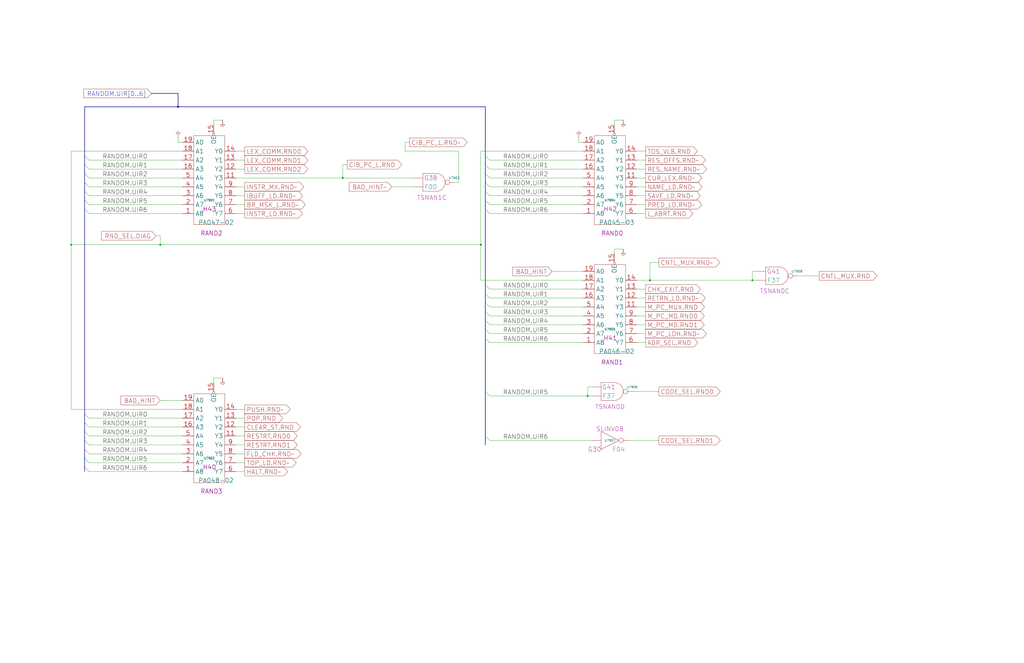
<source format=kicad_sch>
(kicad_sch (version 20230121) (generator eeschema)
  (paper "User" 584.2 378.46)
  (title_block (title "RANDOM FIELD DECODING") (date "22-MAY-90") (rev "1.0") (comment 1 "SEQUENCER") (comment 2 "232-003064") (comment 3 "S400") (comment 4 "RELEASED"))
  (lib_symbols
    (symbol "r1000:F00" (pin_numbers hide) (pin_names hide)
      (property "Reference" "U" (at 15.24 0 0))
      (property "Value" "F00" (at 1.905 -5.08 0))
      (property "Location" "___" (at 1.905 0 0))
      (property "Name" "______" (at 2.54 -12.7 0))
      (symbol "F00_0_1"
        (polyline (pts (xy -2.54 -7.62) (xy 5.08 -7.62)) (stroke (width 0.1524)))
        (polyline (pts (xy -2.54 2.54) (xy -2.54 -7.62)) (stroke (width 0.1524)))
        (polyline (pts (xy -2.54 2.54) (xy 5.08 2.54)) (stroke (width 0.1524)))
        (arc (start 5.08 -7.62) (mid 10.1282 -2.54) (end 5.08 2.54) (stroke (width 0.1524)))
        (circle (center 11.43 -2.54) (radius 1.27) (stroke (width 0.1524)))
      )
      (symbol "F00_0_2"
        (circle (center -3.81 -5.08) (radius 1.27) (stroke (width 0.1524)))
        (circle (center -3.81 0) (radius 1.27) (stroke (width 0.1524)))
        (arc (start -3.175 -7.62) (mid -2.134 -2.54) (end -3.175 2.54) (stroke (width 0.1524)))
        (polyline (pts (xy -3.175 -7.62) (xy 3.81 -7.62)) (stroke (width 0.1524)))
        (polyline (pts (xy -3.175 2.54) (xy 3.81 2.54)) (stroke (width 0.1524)))
        (arc (start 3.81 -7.62) (mid 7.5855 -5.8306) (end 10.16 -2.54) (stroke (width 0.1524)))
        (arc (start 10.16 -2.54) (mid 7.5827 0.7471) (end 3.81 2.54) (stroke (width 0.1524)))
      )
      (symbol "F00_1_1"
        (pin input line (at -7.62 0 0) (length 5.08) (name "D0") (number "1"))
        (pin input line (at -7.62 -5.08 0) (length 5.08) (name "D1") (number "2"))
        (pin output line (at 15.24 -2.54 180) (length 2.54) (name "Q") (number "3"))
      )
      (symbol "F00_1_2"
        (pin input line (at -7.62 0 0) (length 2.54) (name "D0") (number "1"))
        (pin input line (at -7.62 -5.08 0) (length 2.54) (name "D1") (number "2"))
        (pin output line (at 15.24 -2.54 180) (length 5.08) (name "Q") (number "3"))
      )
    )
    (symbol "r1000:F04" (pin_numbers hide) (pin_names hide)
      (property "Reference" "U" (at 0 0 0))
      (property "Value" "F04" (at 1.27 -5.08 0))
      (property "Location" "___" (at -12.7 -5.08 0))
      (property "Name" "______" (at 0 5.08 0))
      (symbol "F04_0_1"
        (polyline (pts (xy -7.62 0) (xy -5.08 0)) (stroke (width 0.1524)))
        (polyline (pts (xy -5.08 5.08) (xy -5.08 -5.08)) (stroke (width 0.1524)))
        (polyline (pts (xy 5.08 0) (xy -5.08 -5.08)) (stroke (width 0.1524)))
        (polyline (pts (xy 5.08 0) (xy -5.08 5.08)) (stroke (width 0.1524)))
        (circle (center 6.35 0) (radius 1.27) (stroke (width 0.1524)))
      )
      (symbol "F04_1_1"
        (pin input line (at -10.16 0 0) (length 2.54) (name "D0") (number "1"))
        (pin output line (at 10.16 0 180) (length 2.54) (name "Q") (number "2"))
      )
    )
    (symbol "r1000:F37" (pin_numbers hide) (pin_names (offset 0) hide)
      (property "Reference" "U" (at 15.24 0 0))
      (property "Value" "F37" (at 1.905 -5.08 0))
      (property "Location" "___" (at 1.905 0 0))
      (property "Name" "______" (at 2.54 -12.7 0))
      (symbol "F37_0_1"
        (polyline (pts (xy -2.54 -7.62) (xy 5.08 -7.62)) (stroke (width 0.1524)))
        (polyline (pts (xy -2.54 2.54) (xy -2.54 -7.62)) (stroke (width 0.1524)))
        (polyline (pts (xy -2.54 2.54) (xy 5.08 2.54)) (stroke (width 0.1524)))
        (arc (start 5.08 -7.62) (mid 10.1282 -2.54) (end 5.08 2.54) (stroke (width 0.1524)))
        (circle (center 11.43 -2.54) (radius 1.27) (stroke (width 0.1524)))
      )
      (symbol "F37_0_2"
        (circle (center -3.81 -5.08) (radius 1.27) (stroke (width 0.1524)))
        (circle (center -3.81 0) (radius 1.27) (stroke (width 0.1524)))
        (arc (start -3.175 -7.62) (mid -2.134 -2.54) (end -3.175 2.54) (stroke (width 0.1524)))
        (polyline (pts (xy -3.175 -7.62) (xy 3.81 -7.62)) (stroke (width 0.1524)))
        (polyline (pts (xy -3.175 2.54) (xy 3.81 2.54)) (stroke (width 0.1524)))
        (arc (start 3.81 -7.62) (mid 7.5855 -5.8306) (end 10.16 -2.54) (stroke (width 0.1524)))
        (arc (start 10.16 -2.54) (mid 7.5827 0.7471) (end 3.81 2.54) (stroke (width 0.1524)))
      )
      (symbol "F37_1_1"
        (pin input line (at -7.62 0 0) (length 5.08) (name "D0") (number "1"))
        (pin input line (at -7.62 -5.08 0) (length 5.08) (name "D1") (number "2"))
        (pin output line (at 15.24 -2.54 180) (length 2.54) (name "Q") (number "3"))
      )
      (symbol "F37_1_2"
        (pin input line (at -7.62 0 0) (length 2.54) (name "D0") (number "1"))
        (pin input line (at -7.62 -5.08 0) (length 2.54) (name "D1") (number "2"))
        (pin output line (at 15.24 -2.54 180) (length 5.08) (name "Q") (number "3"))
      )
    )
    (symbol "r1000:PAxxx" (pin_names (offset 1.016))
      (property "Reference" "U" (at 2.54 5.08 0))
      (property "Value" "PAxxx" (at -3.81 -7.62 0))
      (property "Location" "___" (at -1.27 0 0))
      (property "Name" "______" (at 3.81 -15.24 0))
      (symbol "PAxxx_1_1"
        (rectangle (start -6.35 41.91) (end 11.43 -8.89))
        (circle (center 5.08 42.545) (radius 0.635))
        (pin input line (at -12.7 -2.54 0) (length 6.35) (name "A8") (number "1"))
        (pin tri_state line (at 17.78 17.78 180) (length 6.35) (name "Y3") (number "11"))
        (pin tri_state line (at 17.78 22.86 180) (length 6.35) (name "Y2") (number "12"))
        (pin tri_state line (at 17.78 27.94 180) (length 6.35) (name "Y1") (number "13"))
        (pin tri_state line (at 17.78 33.02 180) (length 6.35) (name "Y0") (number "14"))
        (pin input line (at 5.08 48.26 270) (length 5.08) (name "OE") (number "15"))
        (pin input line (at -12.7 22.86 0) (length 6.35) (name "A3") (number "16"))
        (pin input line (at -12.7 27.94 0) (length 6.35) (name "A2") (number "17"))
        (pin input line (at -12.7 33.02 0) (length 6.35) (name "A1") (number "18"))
        (pin input line (at -12.7 38.1 0) (length 6.35) (name "A0") (number "19"))
        (pin input line (at -12.7 2.54 0) (length 6.35) (name "A7") (number "2"))
        (pin input line (at -12.7 7.62 0) (length 6.35) (name "A6") (number "3"))
        (pin input line (at -12.7 12.7 0) (length 6.35) (name "A5") (number "4"))
        (pin input line (at -12.7 17.78 0) (length 6.35) (name "A4") (number "5"))
        (pin tri_state line (at 17.78 -2.54 180) (length 6.35) (name "Y7") (number "6"))
        (pin tri_state line (at 17.78 2.54 180) (length 6.35) (name "Y6") (number "7"))
        (pin tri_state line (at 17.78 7.62 180) (length 6.35) (name "Y5") (number "8"))
        (pin tri_state line (at 17.78 12.7 180) (length 6.35) (name "Y4") (number "9"))
      )
    )
    (symbol "r1000:PD" (power) (pin_numbers hide) (pin_names hide) (in_bom no)
      (symbol "PD_0_1"
        (polyline (pts (xy 0 -2.54) (xy 1.27 -2.54) (xy 0 -3.81) (xy -1.27 -2.54) (xy 0 -2.54)) (stroke (width 0.1524)))
      )
      (symbol "PD_1_1"
        (pin power_in line (at 0 0 270) (length 2.54) (name "PD") (number "1"))
      )
    )
    (symbol "r1000:PU" (power) (pin_numbers hide) (pin_names hide)
      (symbol "PU_0_1"
        (polyline (pts (xy 0 2.54) (xy -1.27 2.54) (xy 0 3.81) (xy 1.27 2.54) (xy 0 2.54)) (stroke (width 0.1524)))
      )
      (symbol "PU_1_1"
        (pin power_in line (at 0 0 90) (length 2.54) (name "PU") (number "1"))
      )
    )
  )
  (junction (at 274.32 139.7))
  (junction (at 370.84 160.02))
  (junction (at 195.58 101.6))
  (junction (at 91.44 139.7))
  (junction (at 335.28 226.06))
  (junction (at 101.6 60.96))
  (junction (at 429.26 160.02))
  (junction (at 40.64 139.7))
  (bus_entry (at 48.26 251.46) (size 2.54 2.54))
  (bus_entry (at 276.86 177.8) (size 2.54 2.54))
  (bus_entry (at 276.86 114.3) (size 2.54 2.54))
  (bus_entry (at 276.86 109.22) (size 2.54 2.54))
  (bus_entry (at 276.86 223.52) (size 2.54 2.54))
  (bus_entry (at 48.26 236.22) (size 2.54 2.54))
  (bus_entry (at 48.26 99.06) (size 2.54 2.54))
  (bus_entry (at 48.26 266.7) (size 2.54 2.54))
  (bus_entry (at 276.86 99.06) (size 2.54 2.54))
  (bus_entry (at 48.26 241.3) (size 2.54 2.54))
  (bus_entry (at 276.86 248.92) (size 2.54 2.54))
  (bus_entry (at 48.26 246.38) (size 2.54 2.54))
  (bus_entry (at 276.86 88.9) (size 2.54 2.54))
  (bus_entry (at 276.86 167.64) (size 2.54 2.54))
  (bus_entry (at 48.26 93.98) (size 2.54 2.54))
  (bus_entry (at 276.86 182.88) (size 2.54 2.54))
  (bus_entry (at 48.26 114.3) (size 2.54 2.54))
  (bus_entry (at 276.86 172.72) (size 2.54 2.54))
  (bus_entry (at 276.86 119.38) (size 2.54 2.54))
  (bus_entry (at 48.26 119.38) (size 2.54 2.54))
  (bus_entry (at 276.86 187.96) (size 2.54 2.54))
  (bus_entry (at 276.86 93.98) (size 2.54 2.54))
  (bus_entry (at 276.86 193.04) (size 2.54 2.54))
  (bus_entry (at 276.86 162.56) (size 2.54 2.54))
  (bus_entry (at 48.26 88.9) (size 2.54 2.54))
  (bus_entry (at 48.26 256.54) (size 2.54 2.54))
  (bus_entry (at 276.86 104.14) (size 2.54 2.54))
  (bus_entry (at 48.26 261.62) (size 2.54 2.54))
  (bus_entry (at 48.26 104.14) (size 2.54 2.54))
  (bus_entry (at 48.26 109.22) (size 2.54 2.54))
  (bus (pts (xy 276.86 104.14) (xy 276.86 109.22)))
  (bus (pts (xy 48.26 114.3) (xy 48.26 119.38)))
  (wire (pts (xy 231.14 81.28) (xy 233.68 81.28)))
  (wire (pts (xy 134.62 96.52) (xy 139.7 96.52)))
  (bus (pts (xy 276.86 223.52) (xy 276.86 248.92)))
  (bus (pts (xy 48.26 256.54) (xy 48.26 261.62)))
  (wire (pts (xy 91.44 134.62) (xy 91.44 139.7)))
  (bus (pts (xy 48.26 236.22) (xy 48.26 241.3)))
  (wire (pts (xy 104.14 81.28) (xy 101.6 81.28)))
  (bus (pts (xy 276.86 177.8) (xy 276.86 182.88)))
  (bus (pts (xy 276.86 162.56) (xy 276.86 167.64)))
  (bus (pts (xy 48.26 119.38) (xy 48.26 236.22)))
  (wire (pts (xy 355.6 68.58) (xy 350.52 68.58)))
  (bus (pts (xy 48.26 266.7) (xy 48.26 269.24)))
  (wire (pts (xy 50.8 121.92) (xy 104.14 121.92)))
  (bus (pts (xy 48.26 99.06) (xy 48.26 104.14)))
  (wire (pts (xy 279.4 170.18) (xy 332.74 170.18)))
  (wire (pts (xy 274.32 160.02) (xy 274.32 139.7)))
  (bus (pts (xy 48.26 261.62) (xy 48.26 266.7)))
  (wire (pts (xy 332.74 81.28) (xy 330.2 81.28)))
  (wire (pts (xy 279.4 175.26) (xy 332.74 175.26)))
  (wire (pts (xy 223.52 106.68) (xy 236.22 106.68)))
  (bus (pts (xy 276.86 109.22) (xy 276.86 114.3)))
  (wire (pts (xy 363.22 91.44) (xy 368.3 91.44)))
  (wire (pts (xy 279.4 185.42) (xy 332.74 185.42)))
  (wire (pts (xy 134.62 259.08) (xy 139.7 259.08)))
  (wire (pts (xy 261.62 86.36) (xy 231.14 86.36)))
  (wire (pts (xy 50.8 91.44) (xy 104.14 91.44)))
  (bus (pts (xy 86.36 53.34) (xy 101.6 53.34)))
  (wire (pts (xy 121.92 68.58) (xy 121.92 71.12)))
  (wire (pts (xy 134.62 101.6) (xy 195.58 101.6)))
  (bus (pts (xy 48.26 93.98) (xy 48.26 99.06)))
  (wire (pts (xy 134.62 86.36) (xy 139.7 86.36)))
  (wire (pts (xy 91.44 139.7) (xy 40.64 139.7)))
  (wire (pts (xy 134.62 233.68) (xy 139.7 233.68)))
  (wire (pts (xy 363.22 180.34) (xy 368.3 180.34)))
  (wire (pts (xy 40.64 86.36) (xy 40.64 139.7)))
  (wire (pts (xy 431.8 154.94) (xy 429.26 154.94)))
  (wire (pts (xy 104.14 233.68) (xy 40.64 233.68)))
  (wire (pts (xy 134.62 254) (xy 139.7 254)))
  (bus (pts (xy 101.6 60.96) (xy 48.26 60.96)))
  (wire (pts (xy 279.4 106.68) (xy 332.74 106.68)))
  (wire (pts (xy 332.74 160.02) (xy 274.32 160.02)))
  (wire (pts (xy 363.22 111.76) (xy 368.3 111.76)))
  (wire (pts (xy 279.4 96.52) (xy 332.74 96.52)))
  (wire (pts (xy 335.28 226.06) (xy 337.82 226.06)))
  (wire (pts (xy 279.4 101.6) (xy 332.74 101.6)))
  (wire (pts (xy 360.68 223.52) (xy 375.92 223.52)))
  (bus (pts (xy 48.26 251.46) (xy 48.26 256.54)))
  (wire (pts (xy 363.22 175.26) (xy 368.3 175.26)))
  (wire (pts (xy 134.62 264.16) (xy 139.7 264.16)))
  (wire (pts (xy 50.8 111.76) (xy 104.14 111.76)))
  (bus (pts (xy 101.6 53.34) (xy 101.6 60.96)))
  (bus (pts (xy 276.86 99.06) (xy 276.86 104.14)))
  (wire (pts (xy 104.14 86.36) (xy 40.64 86.36)))
  (wire (pts (xy 231.14 86.36) (xy 231.14 81.28)))
  (wire (pts (xy 370.84 160.02) (xy 370.84 149.86)))
  (wire (pts (xy 279.4 111.76) (xy 332.74 111.76)))
  (wire (pts (xy 429.26 154.94) (xy 429.26 160.02)))
  (wire (pts (xy 429.26 160.02) (xy 431.8 160.02)))
  (wire (pts (xy 50.8 96.52) (xy 104.14 96.52)))
  (bus (pts (xy 276.86 60.96) (xy 276.86 88.9)))
  (wire (pts (xy 50.8 259.08) (xy 104.14 259.08)))
  (wire (pts (xy 363.22 170.18) (xy 368.3 170.18)))
  (bus (pts (xy 48.26 88.9) (xy 48.26 93.98)))
  (wire (pts (xy 259.08 104.14) (xy 261.62 104.14)))
  (bus (pts (xy 276.86 93.98) (xy 276.86 99.06)))
  (wire (pts (xy 358.14 251.46) (xy 375.92 251.46)))
  (wire (pts (xy 363.22 96.52) (xy 368.3 96.52)))
  (wire (pts (xy 363.22 190.5) (xy 368.3 190.5)))
  (wire (pts (xy 50.8 238.76) (xy 104.14 238.76)))
  (bus (pts (xy 276.86 88.9) (xy 276.86 93.98)))
  (wire (pts (xy 91.44 228.6) (xy 104.14 228.6)))
  (wire (pts (xy 363.22 86.36) (xy 368.3 86.36)))
  (wire (pts (xy 370.84 149.86) (xy 375.92 149.86)))
  (wire (pts (xy 363.22 165.1) (xy 368.3 165.1)))
  (wire (pts (xy 134.62 269.24) (xy 139.7 269.24)))
  (wire (pts (xy 363.22 101.6) (xy 368.3 101.6)))
  (wire (pts (xy 134.62 91.44) (xy 139.7 91.44)))
  (bus (pts (xy 276.86 193.04) (xy 276.86 223.52)))
  (wire (pts (xy 454.66 157.48) (xy 467.36 157.48)))
  (wire (pts (xy 279.4 226.06) (xy 335.28 226.06)))
  (wire (pts (xy 337.82 220.98) (xy 335.28 220.98)))
  (wire (pts (xy 279.4 165.1) (xy 332.74 165.1)))
  (wire (pts (xy 279.4 121.92) (xy 332.74 121.92)))
  (wire (pts (xy 370.84 160.02) (xy 429.26 160.02)))
  (wire (pts (xy 350.52 142.24) (xy 350.52 144.78)))
  (wire (pts (xy 363.22 185.42) (xy 368.3 185.42)))
  (wire (pts (xy 134.62 111.76) (xy 139.7 111.76)))
  (wire (pts (xy 50.8 269.24) (xy 104.14 269.24)))
  (bus (pts (xy 48.26 104.14) (xy 48.26 109.22)))
  (wire (pts (xy 50.8 116.84) (xy 104.14 116.84)))
  (wire (pts (xy 363.22 195.58) (xy 368.3 195.58)))
  (bus (pts (xy 48.26 109.22) (xy 48.26 114.3)))
  (bus (pts (xy 276.86 182.88) (xy 276.86 187.96)))
  (wire (pts (xy 101.6 81.28) (xy 101.6 78.74)))
  (wire (pts (xy 50.8 264.16) (xy 104.14 264.16)))
  (wire (pts (xy 40.64 233.68) (xy 40.64 139.7)))
  (wire (pts (xy 279.4 180.34) (xy 332.74 180.34)))
  (wire (pts (xy 195.58 93.98) (xy 198.12 93.98)))
  (bus (pts (xy 276.86 167.64) (xy 276.86 172.72)))
  (wire (pts (xy 279.4 116.84) (xy 332.74 116.84)))
  (wire (pts (xy 195.58 101.6) (xy 195.58 93.98)))
  (wire (pts (xy 134.62 121.92) (xy 139.7 121.92)))
  (wire (pts (xy 314.96 154.94) (xy 332.74 154.94)))
  (wire (pts (xy 363.22 116.84) (xy 368.3 116.84)))
  (wire (pts (xy 127 215.9) (xy 121.92 215.9)))
  (wire (pts (xy 50.8 243.84) (xy 104.14 243.84)))
  (bus (pts (xy 276.86 119.38) (xy 276.86 162.56)))
  (wire (pts (xy 363.22 106.68) (xy 368.3 106.68)))
  (wire (pts (xy 195.58 101.6) (xy 236.22 101.6)))
  (wire (pts (xy 279.4 195.58) (xy 332.74 195.58)))
  (bus (pts (xy 48.26 60.96) (xy 48.26 88.9)))
  (wire (pts (xy 279.4 251.46) (xy 337.82 251.46)))
  (wire (pts (xy 274.32 139.7) (xy 91.44 139.7)))
  (wire (pts (xy 50.8 248.92) (xy 104.14 248.92)))
  (wire (pts (xy 274.32 86.36) (xy 274.32 139.7)))
  (wire (pts (xy 134.62 238.76) (xy 139.7 238.76)))
  (wire (pts (xy 50.8 101.6) (xy 104.14 101.6)))
  (wire (pts (xy 134.62 248.92) (xy 139.7 248.92)))
  (bus (pts (xy 48.26 246.38) (xy 48.26 251.46)))
  (wire (pts (xy 50.8 254) (xy 104.14 254)))
  (wire (pts (xy 88.9 134.62) (xy 91.44 134.62)))
  (wire (pts (xy 134.62 106.68) (xy 139.7 106.68)))
  (bus (pts (xy 276.86 172.72) (xy 276.86 177.8)))
  (bus (pts (xy 48.26 241.3) (xy 48.26 246.38)))
  (bus (pts (xy 276.86 248.92) (xy 276.86 254)))
  (wire (pts (xy 332.74 86.36) (xy 274.32 86.36)))
  (wire (pts (xy 350.52 68.58) (xy 350.52 71.12)))
  (wire (pts (xy 363.22 160.02) (xy 370.84 160.02)))
  (wire (pts (xy 279.4 190.5) (xy 332.74 190.5)))
  (wire (pts (xy 134.62 116.84) (xy 139.7 116.84)))
  (bus (pts (xy 276.86 60.96) (xy 101.6 60.96)))
  (wire (pts (xy 134.62 243.84) (xy 139.7 243.84)))
  (wire (pts (xy 50.8 106.68) (xy 104.14 106.68)))
  (wire (pts (xy 363.22 121.92) (xy 368.3 121.92)))
  (wire (pts (xy 121.92 215.9) (xy 121.92 218.44)))
  (bus (pts (xy 276.86 187.96) (xy 276.86 193.04)))
  (wire (pts (xy 261.62 104.14) (xy 261.62 86.36)))
  (wire (pts (xy 127 68.58) (xy 121.92 68.58)))
  (bus (pts (xy 276.86 114.3) (xy 276.86 119.38)))
  (wire (pts (xy 335.28 220.98) (xy 335.28 226.06)))
  (wire (pts (xy 355.6 142.24) (xy 350.52 142.24)))
  (wire (pts (xy 330.2 81.28) (xy 330.2 78.74)))
  (wire (pts (xy 279.4 91.44) (xy 332.74 91.44)))
  (label "RANDOM.UIR6" (at 58.42 269.24 0) (effects (font (size 2.54 2.54))))
  (label "RANDOM.UIR1" (at 287.02 170.18 0) (effects (font (size 2.54 2.54))))
  (label "RANDOM.UIR0" (at 287.02 91.44 0) (effects (font (size 2.54 2.54))))
  (label "RANDOM.UIR1" (at 58.42 96.52 0) (effects (font (size 2.54 2.54))))
  (label "RANDOM.UIR3" (at 58.42 254 0) (effects (font (size 2.54 2.54))))
  (label "RANDOM.UIR4" (at 287.02 185.42 0) (effects (font (size 2.54 2.54))))
  (label "RANDOM.UIR2" (at 58.42 248.92 0) (effects (font (size 2.54 2.54))))
  (label "RANDOM.UIR6" (at 58.42 121.92 0) (effects (font (size 2.54 2.54))))
  (label "RANDOM.UIR4" (at 58.42 111.76 0) (effects (font (size 2.54 2.54))))
  (label "RANDOM.UIR3" (at 287.02 180.34 0) (effects (font (size 2.54 2.54))))
  (label "RANDOM.UIR5" (at 287.02 116.84 0) (effects (font (size 2.54 2.54))))
  (label "RANDOM.UIR4" (at 58.42 259.08 0) (effects (font (size 2.54 2.54))))
  (label "RANDOM.UIR1" (at 58.42 243.84 0) (effects (font (size 2.54 2.54))))
  (label "RANDOM.UIR6" (at 287.02 251.46 0) (effects (font (size 2.54 2.54))))
  (label "RANDOM.UIR5" (at 58.42 116.84 0) (effects (font (size 2.54 2.54))))
  (label "RANDOM.UIR6" (at 287.02 195.58 0) (effects (font (size 2.54 2.54))))
  (label "RANDOM.UIR0" (at 287.02 165.1 0) (effects (font (size 2.54 2.54))))
  (label "RANDOM.UIR5" (at 287.02 190.5 0) (effects (font (size 2.54 2.54))))
  (label "RANDOM.UIR0" (at 58.42 238.76 0) (effects (font (size 2.54 2.54))))
  (label "RANDOM.UIR3" (at 58.42 106.68 0) (effects (font (size 2.54 2.54))))
  (label "RANDOM.UIR3" (at 287.02 106.68 0) (effects (font (size 2.54 2.54))))
  (label "RANDOM.UIR0" (at 58.42 91.44 0) (effects (font (size 2.54 2.54))))
  (label "RANDOM.UIR6" (at 287.02 121.92 0) (effects (font (size 2.54 2.54))))
  (label "RANDOM.UIR4" (at 287.02 111.76 0) (effects (font (size 2.54 2.54))))
  (label "RANDOM.UIR1" (at 287.02 96.52 0) (effects (font (size 2.54 2.54))))
  (label "RANDOM.UIR2" (at 58.42 101.6 0) (effects (font (size 2.54 2.54))))
  (label "RANDOM.UIR5" (at 287.02 226.06 0) (effects (font (size 2.54 2.54))))
  (label "RANDOM.UIR5" (at 58.42 264.16 0) (effects (font (size 2.54 2.54))))
  (label "RANDOM.UIR2" (at 287.02 175.26 0) (effects (font (size 2.54 2.54))))
  (label "RANDOM.UIR2" (at 287.02 101.6 0) (effects (font (size 2.54 2.54))))
  (global_label "RES_NAME.RND~" (shape output) (at 368.3 96.52 0) (effects (font (size 2.54 2.54))) (property "Intersheetrefs" "${INTERSHEET_REFS}" (at 403.1222 96.3613 0) (effects (font (size 1.905 1.905)) (justify left))))
  (global_label "RND_SEL.DIAG" (shape input) (at 88.9 134.62 180) (effects (font (size 2.54 2.54))) (property "Intersheetrefs" "${INTERSHEET_REFS}" (at 57.9483 134.4613 0) (effects (font (size 1.905 1.905)) (justify right))))
  (global_label "RETRN_LD.RND~" (shape output) (at 368.3 170.18 0) (effects (font (size 2.54 2.54))) (property "Intersheetrefs" "${INTERSHEET_REFS}" (at 402.3965 170.0213 0) (effects (font (size 1.905 1.905)) (justify left))))
  (global_label "INSTR_MX.RND~" (shape output) (at 139.7 106.68 0) (effects (font (size 2.54 2.54))) (property "Intersheetrefs" "${INTERSHEET_REFS}" (at 173.3127 106.5213 0) (effects (font (size 1.905 1.905)) (justify left))))
  (global_label "BAD_HINT" (shape input) (at 314.96 154.94 180) (effects (font (size 2.54 2.54))) (property "Intersheetrefs" "${INTERSHEET_REFS}" (at 292.475 154.7813 0) (effects (font (size 1.905 1.905)) (justify right))))
  (global_label "IBUFF_LD.RND~" (shape output) (at 139.7 111.76 0) (effects (font (size 2.54 2.54))) (property "Intersheetrefs" "${INTERSHEET_REFS}" (at 172.587 111.6013 0) (effects (font (size 1.905 1.905)) (justify left))))
  (global_label "CNTL_MUX.RND~" (shape output) (at 375.92 149.86 0) (effects (font (size 2.54 2.54))) (property "Intersheetrefs" "${INTERSHEET_REFS}" (at 410.6212 149.7013 0) (effects (font (size 1.905 1.905)) (justify left))))
  (global_label "CODE_SEL.RND1" (shape output) (at 375.92 251.46 0) (effects (font (size 2.54 2.54))) (property "Intersheetrefs" "${INTERSHEET_REFS}" (at 410.8631 251.3013 0) (effects (font (size 1.905 1.905)) (justify left))))
  (global_label "CHK_EXIT.RND" (shape output) (at 368.3 165.1 0) (effects (font (size 2.54 2.54))) (property "Intersheetrefs" "${INTERSHEET_REFS}" (at 399.6146 164.9413 0) (effects (font (size 1.905 1.905)) (justify left))))
  (global_label "RESTRT.RND1" (shape output) (at 139.7 254 0) (effects (font (size 2.54 2.54))) (property "Intersheetrefs" "${INTERSHEET_REFS}" (at 169.5631 253.8413 0) (effects (font (size 1.905 1.905)) (justify left))))
  (global_label "POP.RND" (shape output) (at 139.7 238.76 0) (effects (font (size 2.54 2.54))) (property "Intersheetrefs" "${INTERSHEET_REFS}" (at 161.2174 238.6013 0) (effects (font (size 1.905 1.905)) (justify left))))
  (global_label "L_ABRT.RND" (shape output) (at 368.3 121.92 0) (effects (font (size 2.54 2.54))) (property "Intersheetrefs" "${INTERSHEET_REFS}" (at 395.2603 121.7613 0) (effects (font (size 1.905 1.905)) (justify left))))
  (global_label "CIB_PC_L.RND" (shape output) (at 198.12 93.98 0) (effects (font (size 2.54 2.54))) (property "Intersheetrefs" "${INTERSHEET_REFS}" (at 229.1927 93.8213 0) (effects (font (size 1.905 1.905)) (justify left))))
  (global_label "LEX_COMM.RND0" (shape output) (at 139.7 86.36 0) (effects (font (size 2.54 2.54))) (property "Intersheetrefs" "${INTERSHEET_REFS}" (at 175.6108 86.2013 0) (effects (font (size 1.905 1.905)) (justify left))))
  (global_label "CIB_PC_L.RND~" (shape output) (at 233.68 81.28 0) (effects (font (size 2.54 2.54))) (property "Intersheetrefs" "${INTERSHEET_REFS}" (at 266.567 81.1213 0) (effects (font (size 1.905 1.905)) (justify left))))
  (global_label "NAME_LD.RND~" (shape output) (at 368.3 106.68 0) (effects (font (size 2.54 2.54))) (property "Intersheetrefs" "${INTERSHEET_REFS}" (at 400.4612 106.5213 0) (effects (font (size 1.905 1.905)) (justify left))))
  (global_label "PRED_LD.RND~" (shape output) (at 368.3 116.84 0) (effects (font (size 2.54 2.54))) (property "Intersheetrefs" "${INTERSHEET_REFS}" (at 400.3403 116.6813 0) (effects (font (size 1.905 1.905)) (justify left))))
  (global_label "LEX_COMM.RND2" (shape output) (at 139.7 96.52 0) (effects (font (size 2.54 2.54))) (property "Intersheetrefs" "${INTERSHEET_REFS}" (at 175.6108 96.3613 0) (effects (font (size 1.905 1.905)) (justify left))))
  (global_label "CODE_SEL.RND0" (shape output) (at 375.92 223.52 0) (effects (font (size 2.54 2.54))) (property "Intersheetrefs" "${INTERSHEET_REFS}" (at 410.8631 223.3613 0) (effects (font (size 1.905 1.905)) (justify left))))
  (global_label "PUSH.RND~" (shape output) (at 139.7 233.68 0) (effects (font (size 2.54 2.54))) (property "Intersheetrefs" "${INTERSHEET_REFS}" (at 165.5717 233.5213 0) (effects (font (size 1.905 1.905)) (justify left))))
  (global_label "TOS_VLB.RND" (shape output) (at 368.3 86.36 0) (effects (font (size 2.54 2.54))) (property "Intersheetrefs" "${INTERSHEET_REFS}" (at 397.8003 86.2013 0) (effects (font (size 1.905 1.905)) (justify left))))
  (global_label "CLEAR_ST.RND" (shape output) (at 139.7 243.84 0) (effects (font (size 2.54 2.54))) (property "Intersheetrefs" "${INTERSHEET_REFS}" (at 171.3774 243.6813 0) (effects (font (size 1.905 1.905)) (justify left))))
  (global_label "BR_MSK_L.RND~" (shape output) (at 139.7 116.84 0) (effects (font (size 2.54 2.54))) (property "Intersheetrefs" "${INTERSHEET_REFS}" (at 174.1593 116.6813 0) (effects (font (size 1.905 1.905)) (justify left))))
  (global_label "RES_OFFS.RND~" (shape output) (at 368.3 91.44 0) (effects (font (size 2.54 2.54))) (property "Intersheetrefs" "${INTERSHEET_REFS}" (at 402.5174 91.2813 0) (effects (font (size 1.905 1.905)) (justify left))))
  (global_label "CNTL_MUX.RND" (shape output) (at 467.36 157.48 0) (effects (font (size 2.54 2.54))) (property "Intersheetrefs" "${INTERSHEET_REFS}" (at 500.247 157.3213 0) (effects (font (size 1.905 1.905)) (justify left))))
  (global_label "TOP_LD.RND~" (shape output) (at 139.7 264.16 0) (effects (font (size 2.54 2.54))) (property "Intersheetrefs" "${INTERSHEET_REFS}" (at 168.9584 264.0013 0) (effects (font (size 1.905 1.905)) (justify left))))
  (global_label "INSTR_LD.RND~" (shape output) (at 139.7 121.92 0) (effects (font (size 2.54 2.54))) (property "Intersheetrefs" "${INTERSHEET_REFS}" (at 172.587 121.7613 0) (effects (font (size 1.905 1.905)) (justify left))))
  (global_label "CUR_LEX.RND~" (shape output) (at 368.3 101.6 0) (effects (font (size 2.54 2.54))) (property "Intersheetrefs" "${INTERSHEET_REFS}" (at 400.3403 101.4413 0) (effects (font (size 1.905 1.905)) (justify left))))
  (global_label "M_PC_MD.RND0" (shape output) (at 368.3 180.34 0) (effects (font (size 2.54 2.54))) (property "Intersheetrefs" "${INTERSHEET_REFS}" (at 401.7917 180.1813 0) (effects (font (size 1.905 1.905)) (justify left))))
  (global_label "LEX_COMM.RND1" (shape output) (at 139.7 91.44 0) (effects (font (size 2.54 2.54))) (property "Intersheetrefs" "${INTERSHEET_REFS}" (at 175.6108 91.2813 0) (effects (font (size 1.905 1.905)) (justify left))))
  (global_label "M_PC_MD.RND1" (shape output) (at 368.3 185.42 0) (effects (font (size 2.54 2.54))) (property "Intersheetrefs" "${INTERSHEET_REFS}" (at 401.7917 185.2613 0) (effects (font (size 1.905 1.905)) (justify left))))
  (global_label "BAD_HINT" (shape input) (at 91.44 228.6 180) (effects (font (size 2.54 2.54))) (property "Intersheetrefs" "${INTERSHEET_REFS}" (at 68.955 228.4413 0) (effects (font (size 1.905 1.905)) (justify right))))
  (global_label "BAD_HINT~" (shape input) (at 223.52 106.68 180) (effects (font (size 2.54 2.54))) (property "Intersheetrefs" "${INTERSHEET_REFS}" (at 199.2207 106.5213 0) (effects (font (size 1.905 1.905)) (justify right))))
  (global_label "ADR_SEL.RND" (shape output) (at 368.3 195.58 0) (effects (font (size 2.54 2.54))) (property "Intersheetrefs" "${INTERSHEET_REFS}" (at 398.0422 195.4213 0) (effects (font (size 1.905 1.905)) (justify left))))
  (global_label "FLD_CHK.RND~" (shape output) (at 139.7 259.08 0) (effects (font (size 2.54 2.54))) (property "Intersheetrefs" "${INTERSHEET_REFS}" (at 171.7403 258.9213 0) (effects (font (size 1.905 1.905)) (justify left))))
  (global_label "RANDOM.UIR[0..6]" (shape input) (at 86.36 53.34 180) (effects (font (size 2.54 2.54))) (property "Intersheetrefs" "${INTERSHEET_REFS}" (at 47.7883 53.1813 0) (effects (font (size 1.905 1.905)) (justify right))))
  (global_label "HALT.RND~" (shape output) (at 139.7 269.24 0) (effects (font (size 2.54 2.54))) (property "Intersheetrefs" "${INTERSHEET_REFS}" (at 164.1203 269.0813 0) (effects (font (size 1.905 1.905)) (justify left))))
  (global_label "SAVE_LD.RND~" (shape output) (at 368.3 111.76 0) (effects (font (size 2.54 2.54))) (property "Intersheetrefs" "${INTERSHEET_REFS}" (at 399.4936 111.6013 0) (effects (font (size 1.905 1.905)) (justify left))))
  (global_label "M_PC_LDH.RND~" (shape output) (at 368.3 190.5 0) (effects (font (size 2.54 2.54))) (property "Intersheetrefs" "${INTERSHEET_REFS}" (at 403.0012 190.3413 0) (effects (font (size 1.905 1.905)) (justify left))))
  (global_label "RESTRT.RND0" (shape output) (at 139.7 248.92 0) (effects (font (size 2.54 2.54))) (property "Intersheetrefs" "${INTERSHEET_REFS}" (at 169.5631 248.7613 0) (effects (font (size 1.905 1.905)) (justify left))))
  (global_label "M_PC_MUX.RND" (shape output) (at 368.3 175.26 0) (effects (font (size 2.54 2.54))) (property "Intersheetrefs" "${INTERSHEET_REFS}" (at 401.9127 175.1013 0) (effects (font (size 1.905 1.905)) (justify left))))
  (symbol (lib_id "r1000:PAxxx") (at 116.84 119.38 0) (unit 1)
    (property "Reference" "U7901" (at 119.38 114.3 0))
    (property "Value" "PA047-02" (at 113.03 127 0) (effects (font (size 2.54 2.54)) (justify left)))
    (property "Location" "H43" (at 115.57 119.38 0) (effects (font (size 2.54 2.54)) (justify left)))
    (property "Name" "RAND2" (at 120.65 134.62 0) (effects (font (size 2.54 2.54)) (justify bottom)))
  )
  (symbol (lib_id "r1000:F37") (at 439.42 154.94 0) (unit 1)
    (property "Reference" "U7908" (at 454.66 154.94 0))
    (property "Value" "F37" (at 441.325 160.02 0) (effects (font (size 2.54 2.54))))
    (property "Location" "G41" (at 441.325 154.94 0) (effects (font (size 2.54 2.54))))
    (property "Name" "TSNAN0C" (at 441.96 167.64 0) (effects (font (size 2.54 2.54)) (justify bottom)))
  )
  (symbol (lib_id "r1000:F37") (at 345.44 220.98 0) (unit 1)
    (property "Reference" "U7906" (at 360.68 220.98 0))
    (property "Value" "F37" (at 347.345 226.06 0) (effects (font (size 2.54 2.54))))
    (property "Location" "G41" (at 347.345 220.98 0) (effects (font (size 2.54 2.54))))
    (property "Name" "TSNAN0D" (at 347.98 233.68 0) (effects (font (size 2.54 2.54)) (justify bottom)))
  )
  (symbol (lib_id "r1000:PU") (at 101.6 78.74 0) (unit 1)
    (property "Reference" "#PWR07901" (effects hide))
    (property "Value" "PU" (effects hide))
  )
  (symbol (lib_id "r1000:PD") (at 127 215.9 0) (unit 1) (in_bom no)
    (property "Reference" "#PWR0154" (effects hide))
    (property "Value" "PD" (effects hide))
  )
  (symbol (lib_id "r1000:F00") (at 243.84 101.6 0) (unit 1)
    (property "Reference" "U7903" (at 259.08 101.6 0))
    (property "Value" "F00" (at 245.745 106.68 0) (effects (font (size 2.54 2.54))))
    (property "Location" "G38" (at 245.745 101.6 0) (effects (font (size 2.54 2.54))))
    (property "Name" "TSNAN1C" (at 246.38 114.3 0) (effects (font (size 2.54 2.54)) (justify bottom)))
  )
  (symbol (lib_id "r1000:PAxxx") (at 345.44 119.38 0) (unit 1)
    (property "Reference" "U7904" (at 347.98 114.3 0))
    (property "Value" "PA045-03" (at 341.63 127 0) (effects (font (size 2.54 2.54)) (justify left)))
    (property "Location" "H42" (at 344.17 119.38 0) (effects (font (size 2.54 2.54)) (justify left)))
    (property "Name" "RAND0" (at 349.25 134.62 0) (effects (font (size 2.54 2.54)) (justify bottom)))
  )
  (symbol (lib_id "r1000:PD") (at 355.6 68.58 0) (unit 1) (in_bom no)
    (property "Reference" "#PWR0153" (effects hide))
    (property "Value" "PD" (effects hide))
  )
  (symbol (lib_id "r1000:PAxxx") (at 345.44 193.04 0) (unit 1)
    (property "Reference" "U7905" (at 347.98 187.96 0))
    (property "Value" "PA046-02" (at 341.63 200.66 0) (effects (font (size 2.54 2.54)) (justify left)))
    (property "Location" "H41" (at 344.17 193.04 0) (effects (font (size 2.54 2.54)) (justify left)))
    (property "Name" "RAND1" (at 349.25 208.28 0) (effects (font (size 2.54 2.54)) (justify bottom)))
  )
  (symbol (lib_id "r1000:PD") (at 127 68.58 0) (unit 1) (in_bom no)
    (property "Reference" "#PWR0152" (effects hide))
    (property "Value" "PD" (effects hide))
  )
  (symbol (lib_id "r1000:PAxxx") (at 116.84 266.7 0) (unit 1)
    (property "Reference" "U7902" (at 119.38 261.62 0))
    (property "Value" "PA048-02" (at 113.03 274.32 0) (effects (font (size 2.54 2.54)) (justify left)))
    (property "Location" "H40" (at 115.57 266.7 0) (effects (font (size 2.54 2.54)) (justify left)))
    (property "Name" "RAND3" (at 120.65 281.94 0) (effects (font (size 2.54 2.54)) (justify bottom)))
  )
  (symbol (lib_id "r1000:F04") (at 347.98 251.46 0) (unit 1)
    (property "Reference" "U7907" (at 347.98 251.46 0))
    (property "Value" "F04" (at 349.25 256.54 0) (effects (font (size 2.54 2.54)) (justify left)))
    (property "Location" "G30" (at 335.28 256.54 0) (effects (font (size 2.54 2.54)) (justify left)))
    (property "Name" "SLINV0B" (at 347.98 246.38 0) (effects (font (size 2.54 2.54)) (justify bottom)))
  )
  (symbol (lib_id "r1000:PD") (at 355.6 142.24 0) (unit 1) (in_bom no)
    (property "Reference" "#PWR0155" (effects hide))
    (property "Value" "PD" (effects hide))
  )
  (symbol (lib_id "r1000:PU") (at 330.2 78.74 0) (unit 1)
    (property "Reference" "#PWR07904" (effects hide))
    (property "Value" "PU" (effects hide))
  )
)
</source>
